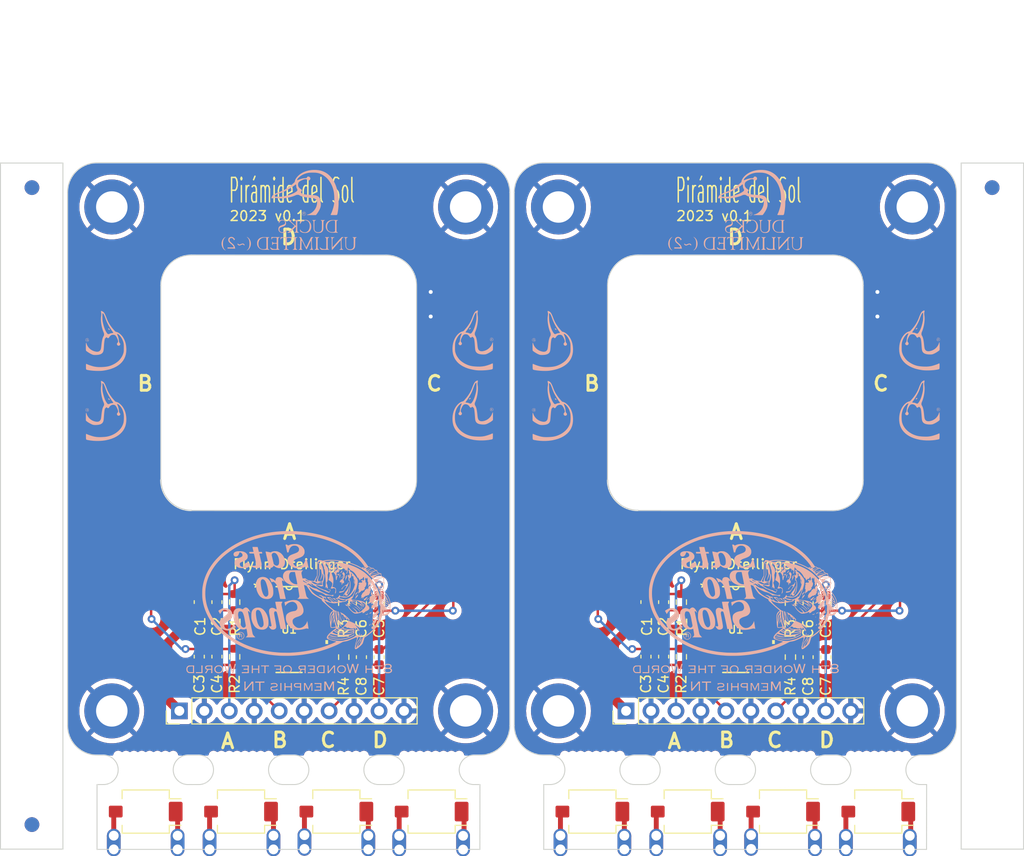
<source format=kicad_pcb>
(kicad_pcb (version 20221018) (generator pcbnew)
  (layers (0 "F.Cu" signal) (31 "B.Cu" signal) (34 "B.Paste" user) (35 "F.Paste" user) (36 "B.SilkS" user "B.Silkscreen") (37 "F.SilkS" user "F.Silkscreen") (38 "B.Mask" user) (39 "F.Mask" user) (44 "Edge.Cuts" user))
  (net 0 "")
  (net 1 "Net-(J1-Pin_2)")
  (net 2 "/OUTA")
  (net 3 "/OUTC")
  (net 4 "Net-(J2-Pin_2)")
  (net 5 "/OUTB")
  (net 6 "/OUTD")
  (net 7 "GND")
  (net 8 "+3V3")
  (net 9 "Net-(D1-K)")
  (net 10 "Net-(D1-A)")
  (net 11 "Net-(D2-K)")
  (net 12 "Net-(D2-A)")
  (net 13 "Net-(D3-K)")
  (net 14 "Net-(D3-A)")
  (net 15 "Net-(D4-K)")
  (net 16 "Net-(D4-A)")
  (net 17 "Net-(J3-Pin_2)")
  (net 18 "Net-(J4-Pin_2)")
  (footprint "MountingHole:MountingHole_3.2mm_M3_DIN965_Pad" (layer "F.Cu") (at 136.25 50.8)
    (fp_text reference "H3" hide)
    (fp_text value "MountingHole_Pad")
  )
  (footprint "NPTH" (layer "F.Cu") (at 90.15 106.65 180)
    (fp_text reference "REF**" hide)
    (fp_text value "NPTH" hide)
  )
  (footprint "NPTH" (layer "F.Cu") (at 132.4 106.65 180)
    (fp_text reference "REF**" hide)
    (fp_text value "NPTH" hide)
  )
  (footprint "NPTH" (layer "F.Cu") (at 113.745634 109.432927 180)
    (fp_text reference "REF**" hide)
    (fp_text value "NPTH" hide)
  )
  (footprint "MountingHole:MountingHole_3.2mm_M3_DIN965_Pad" (layer "F.Cu") (at 54.8 102.1)
    (fp_text reference "H2" hide)
    (fp_text value "MountingHole_Pad")
  )
  (footprint "NPTH" (layer "F.Cu") (at 70.75 106.65 180)
    (fp_text reference "REF**" hide)
    (fp_text value "NPTH" hide)
  )
  (footprint "NPTH" (layer "F.Cu") (at 127.95 115.732927 90)
    (fp_text reference "REF**" hide)
    (fp_text value "NPTH" hide)
  )
  (footprint "adcs:castellated_05mm" (layer "F.Cu") (at 71.25 116.2 -90)
    (fp_text reference "J10" hide)
    (fp_text value "Conn_01x01" hide)
  )
  (footprint "NPTH" (layer "F.Cu") (at 82.5 114.132927 90)
    (fp_text reference "REF**" hide)
    (fp_text value "NPTH" hide)
  )
  (footprint "NPTH" (layer "F.Cu") (at 108.55 111.632927 90)
    (fp_text reference "REF**" hide)
    (fp_text value "NPTH" hide)
  )
  (footprint "NPTH" (layer "F.Cu") (at 69.95 106.65 180)
    (fp_text reference "REF**" hide)
    (fp_text value "NPTH" hide)
  )
  (footprint "NPTH" (layer "F.Cu") (at 65.95 106.65 180)
    (fp_text reference "REF**" hide)
    (fp_text value "NPTH" hide)
  )
  (footprint "Capacitor_SMD:C_0603_1608Metric" (layer "F.Cu") (at 109.15 91.02 90)
    (fp_text reference "C1")
    (fp_text value "1nF")
  )
  (footprint "Resistor_SMD:R_0603_1608Metric" (layer "F.Cu") (at 123.85 91.125 90)
    (fp_text reference "R3")
    (fp_text value "3.9k")
  )
  (footprint "adcs:photodiode_landing_pad" (layer "F.Cu") (at 72.8 54.65 180)
    (fp_text reference "J3" hide)
    (fp_text value "Landing Pad")
  )
  (footprint "NPTH" (layer "F.Cu") (at 72.8 111.682927 90)
    (fp_text reference "REF**" hide)
    (fp_text value "NPTH" hide)
  )
  (footprint "NPTH" (layer "F.Cu") (at 82.5 111.732927 90)
    (fp_text reference "REF**" hide)
    (fp_text value "NPTH" hide)
  )
  (footprint "NPTH" (layer "F.Cu") (at 135.55 109.45 180)
    (fp_text reference "REF**" hide)
    (fp_text value "NPTH" hide)
  )
  (footprint "NPTH" (layer "F.Cu") (at 65.15 106.65 180)
    (fp_text reference "REF**" hide)
    (fp_text value "NPTH" hide)
  )
  (footprint "NPTH" (layer "F.Cu") (at 118.25 113.282927 90)
    (fp_text reference "REF**" hide)
    (fp_text value "NPTH" hide)
  )
  (footprint "Capacitor_SMD:C_0603_1608Metric" (layer "F.Cu") (at 110.95 91.025 90)
    (fp_text reference "C2")
    (fp_text value "100nF")
  )
  (footprint "NPTH" (layer "F.Cu") (at 118.25 115.682927 90)
    (fp_text reference "REF**" hide)
    (fp_text value "NPTH" hide)
  )
  (footprint "NPTH" (layer "F.Cu") (at 63.1 110.032927 90)
    (fp_text reference "REF**" hide)
    (fp_text value "NPTH" hide)
  )
  (footprint "NPTH" (layer "F.Cu") (at 112.145634 109.432927 180)
    (fp_text reference "REF**" hide)
    (fp_text value "NPTH" hide)
  )
  (footprint "adcs:photodiode_landing_pad" (layer "F.Cu") (at 104.2 68.7 -90)
    (fp_text reference "J2" hide)
    (fp_text value "Landing Pad")
  )
  (footprint "NPTH" (layer "F.Cu") (at 58.6 109.432927 180)
    (fp_text reference "REF**" hide)
    (fp_text value "NPTH" hide)
  )
  (footprint "NPTH" (layer "F.Cu") (at 55.4 109.432927 180)
    (fp_text reference "REF**" hide)
    (fp_text value "NPTH" hide)
  )
  (footprint "adcs:Osram_SFH2430" (layer "F.Cu") (at 113.4 112.35 180)
    (fp_text reference "D3" hide)
    (fp_text value "SFH2430" hide)
  )
  (footprint "adcs:castellated_05mm" (layer "F.Cu") (at 135.995635 114.817073 90)
    (fp_text reference "J6" hide)
    (fp_text value "Conn_01x01" hide)
  )
  (footprint "NPTH" (layer "F.Cu") (at 127.95 114.932927 90)
    (fp_text reference "REF**" hide)
    (fp_text value "NPTH" hide)
  )
  (footprint "NPTH" (layer "F.Cu") (at 121.1 106.65 180)
    (fp_text reference "REF**" hide)
    (fp_text value "NPTH" hide)
  )
  (footprint "NPTH" (layer "F.Cu") (at 105.7 106.65 180)
    (fp_text reference "REF**" hide)
    (fp_text value "NPTH" hide)
  )
  (footprint "NPTH" (layer "F.Cu") (at 104.05 109.432927 180)
    (fp_text reference "REF**" hide)
    (fp_text value "NPTH" hide)
  )
  (footprint "Resistor_SMD:R_0603_1608Metric" (layer "F.Cu") (at 78.4 91.125 90)
    (fp_text reference "R3")
    (fp_text value "3.9k")
  )
  (footprint "Capacitor_SMD:C_0603_1608Metric" (layer "F.Cu") (at 127.45 96.625 -90)
    (fp_text reference "C7")
    (fp_text value "1nF")
  )
  (footprint "NPTH" (layer "F.Cu") (at 122.7 106.65 180)
    (fp_text reference "REF**" hide)
    (fp_text value "NPTH" hide)
  )
  (footprint "NPTH" (layer "F.Cu") (at 61.05 106.65 180)
    (fp_text reference "REF**" hide)
    (fp_text value "NPTH" hide)
  )
  (footprint "NPTH" (layer "F.Cu") (at 60.2 109.432927 180)
    (fp_text reference "REF**" hide)
    (fp_text value "NPTH" hide)
  )
  (footprint "Capacitor_SMD:C_0603_1608Metric" (layer "F.Cu") (at 110.95 96.575 -90)
    (fp_text reference "C4")
    (fp_text value "100nF")
  )
  (footprint "Capacitor_SMD:C_0603_1608Metric" (layer "F.Cu") (at 63.7 91.02 90)
    (fp_text reference "C1")
    (fp_text value "1nF")
  )
  (footprint "NPTH" (layer "F.Cu") (at 72.8 110.082927 90)
    (fp_text reference "REF**" hide)
    (fp_text value "NPTH" hide)
  )
  (footprint "NPTH" (layer "F.Cu") (at 63.1 112.432927 90)
    (fp_text reference "REF**" hide)
    (fp_text value "NPTH" hide)
  )
  (footprint "NPTH" (layer "F.Cu") (at 75.595634 109.432927 180)
    (fp_text reference "REF**" hide)
    (fp_text value "NPTH" hide)
  )
  (footprint "NPTH" (layer "F.Cu") (at 63.1 115.632927 90)
    (fp_text reference "REF**" hide)
    (fp_text value "NPTH" hide)
  )
  (footprint "Resistor_SMD:R_0603_1608Metric" (layer "F.Cu") (at 67.3 91.025 90)
    (fp_text reference "R1")
    (fp_text value "3.9k")
  )
  (footprint "NPTH" (layer "F.Cu") (at 108.55 110.032927 90)
    (fp_text reference "REF**" hide)
    (fp_text value "NPTH" hide)
  )
  (footprint "Resistor_SMD:R_0603_1608Metric" (layer "F.Cu") (at 112.75 96.595 -90)
    (fp_text reference "R2")
    (fp_text value "3.9k")
  )
  (footprint "MountingHole:MountingHole_3.2mm_M3_DIN965_Pad" (layer "F.Cu") (at 90.8 102.1)
    (fp_text reference "H4" hide)
    (fp_text value "MountingHole_Pad")
  )
  (footprint "NPTH" (layer "F.Cu") (at 77.25 106.65 180)
    (fp_text reference "REF**" hide)
    (fp_text value "NPTH" hide)
  )
  (footprint "adcs:castellated_05mm" (layer "F.Cu") (at 55 114.8 90)
    (fp_text reference "J9" hide)
    (fp_text value "Conn_01x01" hide)
  )
  (footprint "adcs:castellated_05mm" (layer "F.Cu") (at 64.75 116.2 -90)
    (fp_text reference "J11" hide)
    (fp_text value "Conn_01x01" hide)
  )
  (footprint "NPTH" (layer "F.Cu") (at 106.5 106.65 180)
    (fp_text reference "REF**" hide)
    (fp_text value "NPTH" hide)
  )
  (footprint "NPTH" (layer "F.Cu") (at 86.15 106.65 180)
    (fp_text reference "REF**" hide)
    (fp_text value "NPTH" hide)
  )
  (footprint "NPTH" (layer "F.Cu") (at 68.295634 109.432927 180)
    (fp_text reference "REF**" hide)
    (fp_text value "NPTH" hide)
  )
  (footprint "NPTH" (layer "F.Cu") (at 122.645634 109.432927 180)
    (fp_text reference "REF**" hide)
    (fp_text value "NPTH" hide)
  )
  (footprint "NPTH" (layer "F.Cu") (at 65.895634 109.432927 180)
    (fp_text reference "REF**" hide)
    (fp_text value "NPTH" hide)
  )
  (footprint "MountingHole:MountingHole_3.2mm_M3_DIN965_Pad" (layer "F.Cu") (at 90.8 50.8)
    (fp_text reference "H3" hide)
    (fp_text value "MountingHole_Pad")
  )
  (footprint "Resistor_SMD:R_0603_1608Metric" (layer "F.Cu") (at 67.3 96.595 -90)
    (fp_text reference "R2")
    (fp_text value "3.9k")
  )
  (footprint "Capacitor_SMD:C_0603_1608Metric" (layer "F.Cu") (at 80.2 96.625 -90)
    (fp_text reference "C8")
    (fp_text value "100nF")
  )
  (footprint "NPTH" (layer "F.Cu") (at 125.1 106.65 180)
    (fp_text reference "REF**" hide)
    (fp_text value "NPTH" hide)
  )
  (footprint "NPTH" (layer "F.Cu") (at 102.45 109.432927 180)
    (fp_text reference "REF**" hide)
    (fp_text value "NPTH" hide)
  )
  (footprint "NPTH" (layer "F.Cu") (at 66.695634 109.432927 180)
    (fp_text reference "REF**" hide)
    (fp_text value "NPTH" hide)
  )
  (footprint "NPTH" (layer "F.Cu") (at 82.5 110.932927 90)
    (fp_text reference "REF**" hide)
    (fp_text value "NPTH" hide)
  )
  (footprint "NPTH" (layer "F.Cu") (at 77.995634 109.432927 180)
    (fp_text reference "REF**" hide)
    (fp_text value "NPTH" hide)
  )
  (footprint "adcs:photodiode_landing_pad" (layer "F.Cu") (at 118.25 82.75)
    (fp_text reference "J1" hide)
    (fp_text value "Landing Pad")
  )
  (footprint "NPTH" (layer "F.Cu") (at 130 106.65 180)
    (fp_text reference "REF**" hide)
    (fp_text value "NPTH" hide)
  )
  (footprint "NPTH" (layer "F.Cu") (at 57 109.432927 180)
    (fp_text reference "REF**" hide)
    (fp_text value "NPTH" hide)
  )
  (footprint "NPTH" (layer "F.Cu") (at 108.55 114.832927 90)
    (fp_text reference "REF**" hide)
    (fp_text value "NPTH" hide)
  )
  (footprint "NPTH" (layer "F.Cu") (at 57.85 106.65 180)
    (fp_text reference "REF**" hide)
    (fp_text value "NPTH" hide)
  )
  (footprint "adcs:castellated_05mm" (layer "F.Cu") (at 61.5 114.8 90)
    (fp_text reference "J8" hide)
    (fp_text value "Conn_01x01" hide)
  )
  (footprint "NPTH" (layer "F.Cu") (at 133.2 106.65 180)
    (fp_text reference "REF**" hide)
    (fp_text value "NPTH" hide)
  )
  (footprint "NPTH" (layer "F.Cu") (at 134.8 106.65 180)
    (fp_text reference "REF**" hide)
    (fp_text value "NPTH" hide)
  )
  (footprint "adcs:photodiode_landing_pad" (layer "F.Cu") (at 58.75 68.7 -90)
    (fp_text reference "J2" hide)
    (fp_text value "Landing Pad")
  )
  (footprint "NPTH" (layer "F.Cu") (at 124.3 106.65 180)
    (fp_text reference "REF**" hide)
    (fp_text value "NPTH" hide)
  )
  (footprint "NPTH" (layer "F.Cu") (at 86.9 109.45 180)
    (fp_text reference "REF**" hide)
    (fp_text value "NPTH" hide)
  )
  (footprint "NPTH" (layer "F.Cu") (at 76.395634 109.432927 180)
    (fp_text reference "REF**" hide)
    (fp_text value "NPTH" hide)
  )
  (footprint "NPTH" (layer "F.Cu") (at 112.945634 109.432927 180)
    (fp_text reference "REF**" hide)
    (fp_text value "NPTH" hide)
  )
  (footprint "NPTH" (layer "F.Cu") (at 118.25 110.882927 90)
    (fp_text reference "REF**" hide)
    (fp_text value "NPTH" hide)
  )
  (footprint "adcs:Osram_SFH2430" (layer "F.Cu") (at 87.341269 112.35 180)
    (fp_text reference "D1" hide)
    (fp_text value "SFH2430" hide)
  )
  (footprint "Resistor_SMD:R_0603_1608Metric" (layer "F.Cu") (at 112.75 91.025 90)
    (fp_text reference "R1")
    (fp_text value "3.9k")
  )
  (footprint "NPTH" (layer "F.Cu") (at 118.25 111.682927 90)
    (fp_text reference "REF**" hide)
    (fp_text value "NPTH" hide)
  )
  (footprint "NPTH" (layer "F.Cu") (at 74.795634 109.432927 180)
    (fp_text reference "REF**" hide)
    (fp_text value "NPTH" hide)
  )
  (footprint "NPTH" (layer "F.Cu") (at 72.8 115.682927 90)
    (fp_text reference "REF**" hide)
    (fp_text value "NPTH" hide)
  )
  (footprint "NPTH" (layer "F.Cu") (at 88.5 109.45 180)
    (fp_text reference "REF**" hide)
    (fp_text value "NPTH" hide)
  )
  (footprint "NPTH" (layer "F.Cu") (at 63.1 114.832927 90)
    (fp_text reference "REF**" hide)
    (fp_text value "NPTH" hide)
  )
  (footprint "NPTH" (layer "F.Cu") (at 104.1 106.65 180)
    (fp_text reference "REF**" hide)
    (fp_text value "NPTH" hide)
  )
  (footprint "NPTH" (layer "F.Cu") (at 60.25 106.65 180)
    (fp_text reference "REF**" hide)
    (fp_text value "NPTH" hide)
  )
  (footprint "NPTH" (layer "F.Cu") (at 127.95 110.932927 90)
    (fp_text reference "REF**" hide)
    (fp_text value "NPTH" hide)
  )
  (footprint "NPTH" (layer "F.Cu") (at 121.845634 109.432927 180)
    (fp_text reference "REF**" hide)
    (fp_text value "NPTH" hide)
  )
  (footprint "NPTH" (layer "F.Cu") (at 125.045634 109.432927 180)
    (fp_text reference "REF**" hide)
    (fp_text value "NPTH" hide)
  )
  (footprint "NPTH" (layer "F.Cu") (at 84.55 106.65 180)
    (fp_text reference "REF**" hide)
    (fp_text value "NPTH" hide)
  )
  (footprint "NPTH" (layer "F.Cu") (at 86.95 106.65 180)
    (fp_text reference "REF**" hide)
    (fp_text value "NPTH" hide)
  )
  (footprint "NPTH" (layer "F.Cu") (at 135.6 106.65 180)
    (fp_text reference "REF**" hide)
    (fp_text value "NPTH" hide)
  )
  (footprint "NPTH" (layer "F.Cu") (at 89.3 109.45 180)
    (fp_text reference "REF**" hide)
    (fp_text value "NPTH" hide)
  )
  (footprint "NPTH" (layer "F.Cu") (at 72.8 112.482927 90)
    (fp_text reference "REF**" hide)
    (fp_text value "NPTH" hide)
  )
  (footprint "adcs:photodiode_landing_pad" (layer "F.Cu") (at 72.8 82.75)
    (fp_text reference "J1" hide)
    (fp_text value "Landing Pad")
  )
  (footprint "NPTH" (layer "F.Cu") (at 72.8 114.082927 90)
    (fp_text reference "REF**" hide)
    (fp_text value "NPTH" hide)
  )
  (footprint "NPTH" (layer "F.Cu") (at 67.55 106.65 180)
    (fp_text reference "REF**" hide)
    (fp_text value "NPTH" hide)
  )
  (footprint "NPTH" (layer "F.Cu") (at 82.5 112.532927 90)
    (fp_text reference "REF**" hide)
    (fp_text value "NPTH" hide)
  )
  (footprint "NPTH" (layer "F.Cu") (at 112.2 106.65 180)
    (fp_text reference "REF**" hide)
    (fp_text value "NPTH" hide)
  )
  (footprint "NPTH" (layer "F.Cu") (at 63.1 111.632927 90)
    (fp_text reference "REF**" hide)
    (fp_text value "NPTH" hide)
  )
  (footprint "NPTH" (layer "F.Cu") (at 76.45 106.65 180)
    (fp_text reference "REF**" hide)
    (fp_text value "NPTH" hide)
  )
  (footprint "MountingHole:MountingHole_3.2mm_M3_DIN965_Pad" (layer "F.Cu") (at 100.25 102.1)
    (fp_text reference "H2" hide)
    (fp_text value "MountingHole_Pad")
  )
  (footprint "NPTH" (layer "F.Cu") (at 129.95 109.45 180)
    (fp_text reference "REF**" hide)
    (fp_text value "NPTH" hide)
  )
  (footprint "NPTH" (layer "F.Cu") (at 132.35 109.45 180)
    (fp_text reference "REF**" hide)
    (fp_text value "NPTH" hide)
  )
  (footprint "adcs:SO-14_S" (layer "F.Cu") (at 72.8362 93.82)
    (fp_text reference "U1")
    (fp_text value "LTC2052IS_PBF")
  )
  (footprint "NPTH" (layer "F.Cu") (at 127.95 113.332927 90)
    (fp_text reference "REF**" hide)
    (fp_text value "NPTH" hide)
  )
  (footprint "NPTH" (layer "F.Cu") (at 105.65 109.432927 180)
    (fp_text reference "REF**" hide)
    (fp_text value "NPTH" hide)
  )
  (footprint "Resistor_SMD:R_0603_1608Metric" (layer "F.Cu") (at 78.4 96.625 -90)
    (fp_text reference "R4")
    (fp_text value "3.9k")
  )
  (footprint "Connector_PinHeader_2.54mm:PinHeader_1x10_P2.54mm_Vertical" (layer "F.Cu") (at 61.675 102.1 90)
    (fp_text reference "J5" hide)
    (fp_text value "Conn_01x10")
  )
  (footprint "Capacitor_SMD:C_0603_1608Metric" (layer "F.Cu") (at 65.5 96.575 -90)
    (fp_text reference "C4")
    (fp_text value "100nF")
  )
  (footprint "NPTH" (layer "F.Cu") (at 108.55 114.032927 90)
    (fp_text reference "REF**" hide)
    (fp_text value "NPTH" hide)
  )
  (footprint "NPTH" (layer "F.Cu") (at 103.25 109.432927 180)
    (fp_text reference "REF**" hide)
    (fp_text value "NPTH" hide)
  )
  (footprint "NPTH" (layer "F.Cu") (at 85.3 109.45 180)
    (fp_text reference "REF**" hide)
    (fp_text value "NPTH" hide)
  )
  (footprint "NPTH" (layer "F.Cu") (at 127.95 110.132927 90)
    (fp_text reference "REF**" hide)
    (fp_text value "NPTH" hide)
  )
  (footprint "NPTH" (layer "F.Cu") (at 70.695634 109.432927 180)
    (fp_text reference "REF**" hide)
    (fp_text value "NPTH" hide)
  )
  (footprint "NPTH" (layer "F.Cu") (at 130.75 109.45 180)
    (fp_text reference "REF**" hide)
    (fp_text value "NPTH" hide)
  )
  (footprint "NPTH" (layer "F.Cu") (at 118.25 114.882927 90)
    (fp_text reference "REF**" hide)
    (fp_text value "NPTH" hide)
  )
  (footprint "adcs:castellated_05mm" (layer "F.Cu") (at 116.7 116.2 -90)
    (fp_text reference "J10" hide)
    (fp_text value "Conn_01x01" hide)
  )
  (footprint "NPTH" (layer "F.Cu") (at 115.345634 109.432927 180)
    (fp_text reference "REF**" hide)
    (fp_text value "NPTH" hide)
  )
  (footprint "NPTH" (layer "F.Cu") (at 120.245634 109.432927 180)
    (fp_text reference "REF**" hide)
    (fp_text value "NPTH" hide)
  )
  (footprint "adcs:castellated_05mm" (layer "F.Cu") (at 80.9 116.2 -90)
    (fp_text reference "J12" hide)
    (fp_text value "Conn_01x01" hide)
  )
  (footprint "adcs:castellated_05mm" (layer "F.Cu") (at 110.2 116.2 -90)
    (fp_text reference "J11" hide)
    (fp_text value "Conn_01x01" hide)
  )
  (footprint "NPTH" (layer "F.Cu") (at 69.095634 109.432927 180)
    (fp_text reference "REF**" hide)
    (fp_text value "NPTH" hide)
  )
  (footprint "adcs:castellated_05mm" (layer "F.Cu") (at 129.495635 114.817073 90)
    (fp_text reference "J7" hide)
    (fp_text value "Conn_01x01" hide)
  )
  (footprint "NPTH" (layer "F.Cu") (at 114.6 106.65 180)
    (fp_text reference "REF**" hide)
    (fp_text value "NPTH" hide)
  )
  (footprint "NPTH" (layer "F.Cu") (at 87.7 109.45 180)
    (fp_text reference "REF**" hide)
    (fp_text value "NPTH" hide)
  )
  (footprint "NPTH" (layer "F.Cu") (at 90.1 109.45 180)
    (fp_text reference "REF**" hide)
    (fp_text value "NPTH" hide)
  )
  (footprint "adcs:Osram_SFH2430" (layer "F.Cu") (at 132.791269 112.35 180)
    (fp_text reference "D1" hide)
    (fp_text value "SFH2430" hide)
  )
  (footprint "NPTH" (layer "F.Cu") (at 102.5 106.65 180)
    (fp_text reference "REF**" hide)
    (fp_text value "NPTH" hide)
  )
  (footprint "adcs:Osram_SFH2430" (layer "F.Cu") (at 77.65 112.35 180)
    (fp_text reference "D4" hide)
    (fp_text value "SFH2430" hide)
  )
  (footprint "Capacitor_SMD:C_0603_1608Metric" (layer "F.Cu") (at 80.2 91.125 90)
    (fp_text reference "C6")
    (fp_text value "100nF")
  )
  (footprint "NPTH" (layer "F.Cu") (at 75.65 106.65 180)
    (fp_text reference "REF**" hide)
    (fp_text value "NPTH" hide)
  )
  (footprint "NPTH" (layer "F.Cu") (at 108.55 113.232927 90)
    (fp_text reference "REF**" hide)
    (fp_text value "NPTH" hide)
  )
  (footprint "NPTH" (layer "F.Cu") (at 66.75 106.65 180)
    (fp_text reference "REF**" hide)
    (fp_text value "NPTH" hide)
  )
  (footprint "adcs:castellated_05mm" (layer "F.Cu") (at 106.95 114.8 90)
    (fp_text reference "J8" hide)
    (fp_text value "Conn_01x01" hide)
  )
  (footprint "NPTH" (layer "F.Cu") (at 103.3 106.65 180)
    (fp_text reference "REF**" hide)
    (fp_text value "NPTH" hide)
  )
  (footprint "NPTH" (layer "F.Cu") (at 59.4 109.432927 180)
    (fp_text reference "REF**" hide)
    (fp_text value "NPTH" hide)
  )
  (footprint "NPTH" (layer "F.Cu") (at 118.25 110.082927 90)
    (fp_text reference "REF**" hide)
    (fp_text value "NPTH" hide)
  )
  (footprint "NPTH" (layer "F.Cu") (at 127.95 111.732927 90)
    (fp_text reference "REF**" hide)
    (fp_text value "NPTH" hide)
  )
  (footprint "NPTH" (layer "F.Cu") (at 101.7 106.65 180)
    (fp_text reference "REF**" hide)
    (fp_text value "NPTH" hide)
  )
  (footprint "NPTH" (layer "F.Cu") (at 100.9 106.65 180)
    (fp_text reference "REF**" hide)
    (fp_text value "NPTH" hide)
  )
  (footprint "NPTH" (layer "F.Cu") (at 120.3 106.65 180)
    (fp_text reference "REF**" hide)
    (fp_text value "NPTH" hide)
  )
  (footprint "NPTH" (layer "F.Cu") (at 82.5 114.932927 90)
    (fp_text reference "REF**" hide)
    (fp_text value "NPTH" hide)
  )
  (footprint "NPTH" (layer "F.Cu") (at 72.8 114.882927 90)
    (fp_text reference "REF**" hide)
    (fp_text value "NPTH" hide)
  )
  (footprint "adcs:SO-14_S" (layer "F.Cu") (at 118.2862 93.82)
    (fp_text reference "U1")
    (fp_text value "LTC2052IS_PBF")
  )
  (footprint "NPTH" (layer "F.Cu") (at 57.8 109.432927 180)
    (fp_text reference "REF**" hide)
    (fp_text value "NPTH" hide)
  )
  (footprint "NPTH" (layer "F.Cu") (at 110.6 106.65 180)
    (fp_text reference "REF**" hide)
    (fp_text value "NPTH" hide)
  )
  (footprint "NPTH" (layer "F.Cu") (at 114.545634 109.432927 180)
    (fp_text reference "REF**" hide)
    (fp_text value "NPTH" hide)
  )
  (footprint "NPTH" (layer "F.Cu") (at 82.5 113.332927 90)
    (fp_text reference "REF**" hide)
    (fp_text value "NPTH" hide)
  )
  (footprint "adcs:castellated_05mm" (layer "F.Cu") (at 126.35 116.2 -90)
    (fp_text reference "J12" hide)
    (fp_text value "Conn_01x01" hide)
  )
  (footprint "Capacitor_SMD:C_0603_1608Metric" (layer "F.Cu") (at 109.15 96.575 -90)
    (fp_text reference "C3")
    (fp_text value "1nF")
  )
  (footprint "NPTH" (layer "F.Cu") (at 84.5 109.45 180)
    (fp_text reference "REF**" hide)
    (fp_text value "NPTH" hide)
  )
  (footprint "NPTH" (layer "F.Cu") (at 111.4 106.65 180)
    (fp_text reference "REF**" hide)
    (fp_text value "NPTH" hide)
  )
  (footprint "NPTH" (layer "F.Cu") (at 69.15 106.65 180)
    (fp_text reference "REF**" hide)
    (fp_text value "NPTH" hide)
  )
  (footprint "NPTH" (layer "F.Cu") (at 57.05 106.65 180)
    (fp_text reference "REF**" hide)
    (fp_text value "NPTH" hide)
  )
  (footprint "NPTH" (layer "F.Cu") (at 82.5 115.732927 90)
    (fp_text reference "REF**" hide)
    (fp_text value "NPTH" hide)
  )
  (footprint "Fiducial_1.5mm_Mask3mm" (layer "F.Cu") (at 46.675 113.675)
    (fp_text reference "")
    (fp_text value "")
  )
  (footprint "NPTH" (layer "F.Cu") (at 88.55 106.65 180)
    (fp_text reference "REF**" hide)
    (fp_text value "NPTH" hide)
  )
  (footprint "NPTH" (layer "F.Cu") (at 80.45 106.65 180)
    (fp_text reference "REF**" hide)
    (fp_text value "NPTH" hide)
  )
  (footprint "NPTH" (layer "F.Cu") (at 113.8 106.65 180)
    (fp_text reference "REF**" hide)
    (fp_text value "NPTH" hide)
  )
  (footprint "NPTH" (layer "F.Cu") (at 85.35 106.65 180)
    (fp_text reference "REF**" hide)
    (fp_text value "NPTH" hide)
  )
  (footprint "Resistor_SMD:R_0603_1608Metric" (layer "F.Cu") (at 123.85 96.625 -90)
    (fp_text reference "R4")
    (fp_text value "3.9k")
  )
  (footprint "NPTH" (layer "F.Cu") (at 63.1 110.832927 90)
    (fp_text reference "REF**" hide)
    (fp_text value "NPTH" hide)
  )
  (footprint "NPTH" (layer "F.Cu") (at 72.8 113.282927 90)
    (fp_text reference "REF**" hide)
    (fp_text value "NPTH" hide)
  )
  (footprint "NPTH" (layer "F.Cu") (at 134 106.65 180)
    (fp_text reference "REF**" hide)
    (fp_text value "NPTH" hide)
  )
  (footprint "NPTH" (layer "F.Cu") (at 89.35 106.65 180)
    (fp_text reference "REF**" hide)
    (fp_text value "NPTH" hide)
  )
  (footprint "NPTH" (layer "F.Cu") (at 61 109.432927 180)
    (fp_text reference "REF**" hide)
    (fp_text value "NPTH" hide)
  )
  (footprint "NPTH" (layer "F.Cu") (at 80.395634 109.432927 180)
    (fp_text reference "REF**" hide)
    (fp_text value "NPTH" hide)
  )
  (footprint "adcs:Osram_SFH2430" (layer "F.Cu") (at 103.7 112.35 180)
    (fp_text reference "D2" hide)
    (fp_text value "SFH2430" hide)
  )
  (footprint "adcs:castellated_05mm" (layer "F.Cu") (at 119.85 116.15 -90)
    (fp_text reference "J13" hide)
    (fp_text value "Conn_01x01" hide)
  )
  (footprint "NPTH" (layer "F.Cu") (at 131.6 106.65 180)
    (fp_text reference "REF**" hide)
    (fp_text value "NPTH" hide)
  )
  (footprint "NPTH" (layer "F.Cu") (at 79.595634 109.432927 180)
    (fp_text reference "REF**" hide)
    (fp_text value "NPTH" hide)
  )
  (footprint "NPTH" (layer "F.Cu") (at 133.15 109.45 180)
    (fp_text reference "REF**" hide)
    (fp_text value "NPTH" hide)
  )
  (footprint "NPTH" (layer "F.Cu") (at 100.85 109.432927 180)
    (fp_text reference "REF**" hide)
    (fp_text value "NPTH" hide)
  )
  (footprint "adcs:castellated_05mm" (layer "F.Cu") (at 84.045635 114.817073 90)
    (fp_text reference "J7" hide)
    (fp_text value "Conn_01x01" hide)
  )
  (footprint "NPTH" (layer "F.Cu") (at 118.25 114.082927 90)
    (fp_text reference "REF**" hide)
    (fp_text value "NPTH" hide)
  )
  (footprint "Capacitor_SMD:C_0603_1608Metric" (layer "F.Cu") (at 63.7 96.575 -90)
    (fp_text reference "C3")
    (fp_text value "1nF")
  )
  (footprint "Capacitor_SMD:C_0603_1608Metric" (layer "F.Cu") (at 125.65 91.125 90)
    (fp_text reference "C6")
    (fp_text value "100nF")
  )
  (footprint "NPTH" (layer "F.Cu") (at 87.75 106.65 180)
    (fp_text reference "REF**" hide)
    (fp_text value "NPTH" hide)
  )
  (footprint "NPTH" (layer "F.Cu") (at 127.95 114.132927 90)
    (fp_text reference "REF**" hide)
    (fp_text value "NPTH" hide)
  )
  (footprint "Connector_PinHeader_2.54mm:PinHeader_1x10_P2.54mm_Vertical" (layer "F.Cu") (at 107.125 102.1 90)
    (fp_text reference "J5" hide)
    (fp_text value "Conn_01x10")
  )
  (footprint "NPTH" (layer "F.Cu") (at 123.5 106.65 180)
    (fp_text reference "REF**" hide)
    (fp_text value "NPTH" hide)
  )
  (footprint "NPTH" (layer "F.Cu") (at 108.55 110.832927 90)
    (fp_text reference "REF**" hide)
    (fp_text value "NPTH" hide)
  )
  (footprint "NPTH" (layer "F.Cu") (at 104.9 106.65 180)
    (fp_text reference "REF**" hide)
    (fp_text value "NPTH" hide)
  )
  (footprint "NPTH" (layer "F.Cu") (at 82.5 110.132927 90)
    (fp_text reference "REF**" hide)
    (fp_text value "NPTH" hide)
  )
  (footprint "NPTH" (layer "F.Cu") (at 58.65 106.65 180)
    (fp_text reference "REF**" hide)
    (fp_text value "NPTH" hide)
  )
  (footprint "NPTH" (layer "F.Cu") (at 110.545634 109.432927 180)
    (fp_text reference "REF**" hide)
    (fp_text value "NPTH" hide)
  )
  (footprint "NPTH" (layer "F.Cu") (at 104.85 109.432927 180)
    (fp_text reference "REF**" hide)
    (fp_text value "NPTH" hide)
  )
  (footprint "NPTH" (layer "F.Cu") (at 86.1 109.45 180)
    (fp_text reference "REF**" hide)
    (fp_text value "NPTH" hide)
  )
  (footprint "NPTH" (layer "F.Cu") (at 133.95 109.45 180)
    (fp_text reference "REF**" hide)
    (fp_text value "NPTH" hide)
  )
  (footprint "NPTH" (layer "F.Cu") (at 69.895634 109.432927 180)
    (fp_text reference "REF**" hide)
    (fp_text value "NPTH" hide)
  )
  (footprint "NPTH" (layer "F.Cu") (at 59.45 106.65 180)
    (fp_text reference "REF**" hide)
    (fp_text value "NPTH" hide)
  )
  (footprint "adcs:castellated_05mm" (layer "F.Cu") (at 90.545635 114.817073 90)
    (fp_text reference "J6" hide)
    (fp_text value "Conn_01x01" hide)
  )
  (footprint "NPTH" (layer "F.Cu") (at 115.4 106.65 180)
    (fp_text reference "REF**" hide)
    (fp_text value "NPTH" hide)
  )
  (footprint "NPTH" (layer "F.Cu") (at 78.05 106.65 180)
    (fp_text reference "REF**" hide)
    (fp_text value "NPTH" hide)
  )
  (footprint "MountingHole:MountingHole_3.2mm_M3_DIN965_Pad" (layer "F.Cu") (at 100.25 50.8)
    (fp_text reference "H1" hide)
    (fp_text value "MountingHole_Pad")
  )
  (footprint "Capacitor_SMD:C_0603_1608Metric" (layer "F.Cu") (at 125.65 96.625 -90)
    (fp_text reference "C8")
    (fp_text value "100nF")
  )
  (footprint "NPTH" (layer "F.Cu") (at 106.45 109.432927 180)
    (fp_text reference "REF**" hide)
    (fp_text value "NPTH" hide)
  )
  (footprint "adcs:Osram_SFH2430" (layer "F.Cu") (at 67.95 112.35 180)
    (fp_text reference "D3" hide)
    (fp_text value "SFH2430" hide)
  )
  (footprint "adcs:photodiode_landing_pad" (layer "F.Cu") (at 86.85 68.7 90)
    (fp_text reference "J4" hide)
    (fp_text value "Landing Pad")
  )
  (footprint "MountingHole:MountingHole_3.2mm_M3_DIN965_Pad" (layer "F.Cu") (at 54.8 50.8)
    (fp_text reference "H1" hide)
    (fp_text value "MountingHole_Pad")
  )
  (footprint "NPTH" (layer "F.Cu") (at 125.845634 109.432927 180)
    (fp_text reference "REF**" hide)
    (fp_text value "NPTH" hide)
  )
  (footprint "NPTH" (layer "F.Cu") (at 108.55 112.432927 90)
    (fp_text reference "REF**" hide)
    (fp_text value "NPTH" hide)
  )
  (footprint "adcs:photodiode_landing_pad" (layer "F.Cu") (at 132.3 68.7 90)
    (fp_text reference "J4" hide)
    (fp_text value "Landing Pad")
  )
  (footprint "Fiducial_1.5mm_Mask3mm" (layer "F.Cu") (at 144.375 48.825)
    (fp_text reference "")
    (fp_text value "")
  )
  (footprint "Capacitor_SMD:C_0603_1608Metric" (layer "F.Cu") (at 82 96.625 -90)
    (fp_text reference "C7")
    (fp_text value "1nF")
  )
  (footprint "NPTH" (layer "F.Cu") (at 77.195634 109.432927 180)
    (fp_text reference "REF**" hide)
    (fp_text value "NPTH" hide)
  )
  (footprint "MountingHole:MountingHole_3.2mm_M3_DIN965_Pad" (layer "F.Cu") (at 136.25 102.1)
    (fp_text reference "H4" hide)
    (fp_text value "MountingHole_Pad")
  )
  (footprint "adcs:castellated_05mm" (layer "F.Cu") (at 74.4 116.15 -90)
    (fp_text reference "J13" hide)
    (fp_text value "Conn_01x01" hide)
  )
  (footprint "NPTH" (layer "F.Cu") (at 121.9 106.65 180)
    (fp_text reference "REF**" hide)
    (fp_text value "NPTH" hide)
  )
  (footprint "NPTH" (layer "F.Cu") (at 72.8 110.882927 90)
    (fp_text reference "REF**" hide)
    (fp_text value "NPTH" hide)
  )
  (footprint "adcs:castellated_05mm" (layer "F.Cu") (at 100.45 114.8 90)
    (fp_text reference "J9" hide)
    (fp_text value "Conn_01x01" hide)
  )
  (footprint "NPTH" (layer "F.Cu") (at 68.35 106.65 180)
    (fp_text reference "REF**" hide)
    (fp_text value "NPTH" hide)
  )
  (footprint "NPTH" (layer "F.Cu") (at 63.1 113.232927 90)
    (fp_text reference "REF**" hide)
    (fp_text value "NPTH" hide)
  )
  (footprint "NPTH" (layer "F.Cu") (at 108.55 115.632927 90)
    (fp_text reference "REF**" hide)
    (fp_text value "NPTH" hide)
  )
  (footprint "NPTH" (layer "F.Cu") (at 67.495634 109.432927 180)
    (fp_text reference "REF**" hide)
    (fp_text value "NPTH" hide)
  )
  (footprint "NPTH" (layer "F.Cu") (at 125.9 106.65 180)
    (fp_text reference "REF**" hide)
    (fp_text value "NPTH" hide)
  )
  (footprint "NPTH" (layer "F.Cu") (at 101.65 109.432927 180)
    (fp_text reference "REF**" hide)
    (fp_text value "NPTH" hide)
  )
  (footprint "NPTH" (layer "F.Cu") (at 116.2 106.65 180)
    (fp_text reference "REF**" hide)
    (fp_text value "NPTH" hide)
  )
  (footprint "Capacitor_SMD:C_0603_1608Metric" (layer "F.Cu") (at 65.5 91.025 90)
    (fp_text reference "C2")
    (fp_text value "100nF")
  )
  (footprint "NPTH" (layer "F.Cu") (at 116.145634 109.432927 180)
    (fp_text reference "REF**" hide)
    (fp_text value "NPTH" hide)
  )
  (footprint "adcs:Osram_SFH2430" (layer "F.Cu") (at 123.1 112.35 180)
    (fp_text reference "D4" hide)
    (fp_text value "SFH2430" hide)
  )
  (footprint "NPTH" (layer "F.Cu") (at 123.445634 109.432927 180)
    (fp_text reference "REF**" hide)
    (fp_text value "NPTH" hide)
  )
  (footprint "NPTH" (layer "F.Cu") (at 78.795634 109.432927 180)
    (fp_text reference "REF**" hide)
    (fp_text value "NPTH" hide)
  )
  (footprint "NPTH" (layer "F.Cu") (at 111.345634 109.432927 180)
    (fp_text reference "REF**" hide)
    (fp_text value "NPTH" hide)
  )
  (footprint "NPTH" (layer "F.Cu") (at 55.45 106.65 180)
    (fp_text reference "REF**" hide)
    (fp_text value "NPTH" hide)
  )
  (footprint "NPTH" (layer "F.Cu") (at 56.2 109.432927 180)
    (fp_text reference "REF**" hide)
    (fp_text value "NPTH" hide)
  )
  (footprint "Capacitor_SMD:C_0603_1608Metric" (layer "F.Cu") (at 127.45 91.125 90)
    (fp_text reference "C5")
    (fp_text value "1nF")
  )
  (footprint "NPTH" (layer "F.Cu") (at 56.25 106.65 180)
    (fp_text reference "REF**" hide)
    (fp_text value "NPTH" hide)
  )
  (footprint "NPTH" (layer "F.Cu") (at 131.55 109.45 180)
    (fp_text reference "REF**" hide)
    (fp_text value "NPTH" hide)
  )
  (footprint "NPTH" (layer "F.Cu") (at 65.095634 109.432927 180)
    (fp_text reference "REF**" hide)
    (fp_text value "NPTH" hide)
  )
  (footprint "NPTH" (layer "F.Cu") (at 79.65 106.65 180)
    (fp_text reference "REF**" hide)
    (fp_text value "NPTH" hide)
  )
  (footprint "NPTH" (layer "F.Cu") (at 118.25 112.482927 90)
    (fp_text reference "REF**" hide)
    (fp_text value "NPTH" hide)
  )
  (footprint "NPTH" (layer "F.Cu") (at 134.75 109.45 180)
    (fp_text reference "REF**" hide)
    (fp_text value "NPTH" hide)
  )
  (footprint "NPTH" (layer "F.Cu") (at 113 106.65 180)
    (fp_text reference "REF**" hide)
    (fp_text value "NPTH" hide)
  )
  (footprint "NPTH" (layer "F.Cu") (at 124.245634 109.432927 180)
    (fp_text reference "REF**" hide)
    (fp_text value "NPTH" hide)
  )
  (footprint "NPTH" (layer "F.Cu") (at 130.8 106.65 180)
    (fp_text reference "REF**" hide)
    (fp_text value "NPTH" hide)
  )
  (footprint "NPTH" (layer "F.Cu") (at 121.045634 109.432927 180)
    (fp_text reference "REF**" hide)
    (fp_text value "NPTH" hide)
  )
  (footprint "NPTH" (layer "F.Cu") (at 74.85 106.65 180)
    (fp_text reference "REF**" hide)
    (fp_text value "NPTH" hide)
  )
  (footprint "NPTH" (layer "F.Cu") (at 127.95 112.532927 90)
    (fp_text reference "REF**" hide)
    (fp_text value "NPTH" hide)
  )
  (footprint "NPTH" (layer "F.Cu") (at 78.85 106.65 180)
    (fp_text reference "REF**" hide)
    (fp_text value "NPTH" hide)
  )
  (footprint "Capacitor_SMD:C_0603_1608Metric" (layer "F.Cu") (at 82 91.125 90)
    (fp_text reference "C5")
    (fp_text value "1nF")
  )
  (footprint "adcs:photodiode_landing_pad" (layer "F.Cu") (at 118.25 54.65 180)
    (fp_text reference "J3" hide)
    (fp_text value "Landing Pad")
  )
  (footprint "Fiducial_1.5mm_Mask3mm" (layer "F.Cu") (at 46.675 48.825)
    (fp_text reference "")
    (fp_text value "")
  )
  (footprint "NPTH" (layer "F.Cu") (at 63.1 114.032927 90)
    (fp_text reference "REF**" hide)
    (fp_text value "NPTH" hide)
  )
  (footprint "adcs:Osram_SFH2430" (layer "F.Cu") (at 58.25 112.35 180)
    (fp_text reference "D2" hide)
    (fp_text value "SFH2430" hide)
  )
  (footprint "Fiducial_1.5mm_Mask3mm" (layer "B.Cu") (at 46.675 113.675)
    (fp_text reference "")
    (fp_text value "")
  )
  (footprint "adcs:2ducks" (layer "B.Cu") (at 137.1 67.818958 -90)
    (fp_text reference "G***" hide)
    (fp_text value "LOGO" hide)
  )
  (footprint "Fiducial_1.5mm_Mask3mm" (layer "B.Cu") (at 46.675 48.825)
    (fp_text reference "")
    (fp_text value "")
  )
  (footprint "Fiducial_1.5mm_Mask3mm" (layer "B.Cu") (at 144.375 48.825)
    (fp_text reference "")
    (fp_text value "")
  )
  (footprint "adcs:sats_pro_shop" (layer "B.Cu") (at 72.95 91.05 180)
    (fp_text reference "G***" hide)
    (fp_text value "LOGO" hide)
  )
  (footprint "adcs:2ducks" (layer "B.Cu") (at 54.094989 68.168958 90)
    (fp_text reference "G***" hide)
    (fp_text value "LOGO" hide)
  )
  (footprint "adcs:2ducks" (layer "B.Cu") (at 91.65 67.818958 -90)
    (fp_text reference "G***" hide)
    (fp_text value "LOGO" hide)
  )
  (footprint "adcs:unlimited_ducks_2" (layer "B.Cu") (at 73.15 51.85 180)
    (fp_text reference "G***" hide)
    (fp_text value "LOGO" hide)
  )
  (footprint "adcs:unlimited_ducks_2" (layer "B.Cu") (at 118.6 51.85 180)
    (fp_text reference "G***" hide)
    (fp_text value "LOGO" hide)
  )
  (footprint "adcs:sats_pro_shop" (layer "B.Cu") (at 118.4 91.05 180)
    (fp_text reference "G***" hide)
    (fp_text value "LOGO" hide)
  )
  (footprint "adcs:2ducks" (layer "B.Cu") (at 99.544989 68.168958 90)
    (fp_text reference "G***" hide)
    (fp_text value "LOGO" hide)
  )
  (gr_arc (start 137.1 109.6) (mid 135.6 108.1) (end 137.1 106.6) (stroke (width 0.1)) (layer "Edge.Cuts"))
  (gr_line (start 117.7 109.6) (end 118.8 109.6) (stroke (width 0.1)) (layer "Edge.Cuts"))
  (gr_line (start 73.35 106.6) (end 72.25 106.6) (stroke (width 0.1)) (layer "Edge.Cuts"))
  (gr_line (start 53.3 46.3) (end 92.3 46.3) (stroke (width 0.1)) (layer "Edge.Cuts"))
  (gr_arc (start 53.3 106.6) (mid 51.17868 105.72132) (end 50.3 103.6) (stroke (width 0.1)) (layer "Edge.Cuts"))
  (gr_line (start 43.475 116.175) (end 43.475 46.325) (stroke (width 0.1)) (layer "Edge.Cuts"))
  (gr_line (start 95.3 49.3) (end 95.3 103.6) (stroke (width 0.1)) (layer "Edge.Cuts"))
  (gr_line (start 98.75 116.2) (end 137.7 116.2) (stroke (width 0.1)) (layer "Edge.Cuts"))
  (gr_line (start 128.5 106.6) (end 127.4 106.6) (stroke (width 0.1)) (layer "Edge.Cuts"))
  (gr_line (start 118.8 106.6) (end 117.7 106.6) (stroke (width 0.1)) (layer "Edge.Cuts"))
  (gr_arc (start 127.4 109.6) (mid 125.9 108.1) (end 127.4 106.6) (stroke (width 0.1)) (layer "Edge.Cuts"))
  (gr_line (start 83.05 109.6) (end 81.95 109.6) (stroke (width 0.1)) (layer "Edge.Cuts"))
  (gr_line (start 147.575 46.325) (end 147.575 116.175) (stroke (width 0.1)) (layer "Edge.Cuts"))
  (gr_line (start 98.75 109.6) (end 98.75 116.2) (stroke (width 0.1)) (layer "Edge.Cuts"))
  (gr_line (start 137.75 106.6) (end 137.1 106.6) (stroke (width 0.1)) (layer "Edge.Cuts"))
  (gr_line (start 92.258731 109.6) (end 92.25 116.2) (stroke (width 0.1)) (layer "Edge.Cuts"))
  (gr_arc (start 98.75 106.6) (mid 96.62868 105.72132) (end 95.75 103.6) (stroke (width 0.1)) (layer "Edge.Cuts"))
  (gr_line (start 49.825 46.325) (end 49.825 116.175) (stroke (width 0.1)) (layer "Edge.Cuts"))
  (gr_line (start 63.65 106.6) (end 62.55 106.6) (stroke (width 0.1)) (layer "Edge.Cuts"))
  (gr_arc (start 95.75 49.3) (mid 96.62868 47.17868) (end 98.75 46.3) (stroke (width 0.1)) (layer "Edge.Cuts"))
  (gr_line (start 147.575 116.175) (end 141.225 116.175) (stroke (width 0.1)) (layer "Edge.Cuts"))
  (gr_arc (start 62.55 109.6) (mid 61.05 108.1) (end 62.55 106.6) (stroke (width 0.1)) (layer "Edge.Cuts"))
  (gr_line (start 92.3 106.6) (end 91.65 106.6) (stroke (width 0.1)) (layer "Edge.Cuts"))
  (gr_arc (start 137.75 46.3) (mid 139.87132 47.17868) (end 140.75 49.3) (stroke (width 0.1)) (layer "Edge.Cuts"))
  (gr_arc (start 105.242031 58.792031) (mid 106.15 56.6) (end 108.342031 55.692031) (stroke (width 0.1)) (layer "Edge.Cuts"))
  (gr_line (start 62.55 109.6) (end 63.65 109.6) (stroke (width 0.1)) (layer "Edge.Cuts"))
  (gr_arc (start 131.257968 78.607968) (mid 130.350008 80.800008) (end 128.157968 81.707968) (stroke (width 0.1)) (layer "Edge.Cuts"))
  (gr_arc (start 128.5 106.6) (mid 130 108.1) (end 128.5 109.6) (stroke (width 0.1)) (layer "Edge.Cuts"))
  (gr_arc (start 128.157949 55.7) (mid 130.349978 56.607957) (end 131.257949 58.8) (stroke (width 0.1)) (layer "Edge.Cuts"))
  (gr_line (start 98.75 46.3) (end 137.75 46.3) (stroke (width 0.1)) (layer "Edge.Cuts"))
  (gr_line (start 99.4 106.6) (end 98.75 106.6) (stroke (width 0.1)) (layer "Edge.Cuts"))
  (gr_arc (start 63.65 106.6) (mid 65.15 108.1) (end 63.65 109.6) (stroke (width 0.1)) (layer "Edge.Cuts"))
  (gr_line (start 109.1 106.6) (end 108 106.6) (stroke (width 0.1)) (layer "Edge.Cuts"))
  (gr_line (start 131.257949 78.603984) (end 131.257949 58.8) (stroke (width 0.1)) (layer "Edge.Cuts"))
  (gr_arc (start 92.3 46.3) (mid 94.421324 47.178676) (end 95.3 49.3) (stroke (width 0.1)) (layer "Edge.Cuts"))
  (gr_arc (start 95.3 103.6) (mid 94.421324 105.721324) (end 92.3 106.6) (stroke (width 0.1)) (layer "Edge.Cuts"))
  (gr_arc (start 83.05 106.6) (mid 84.55 108.1) (end 83.05 109.6) (stroke (width 0.1)) (layer "Edge.Cuts"))
  (gr_line (start 53.3 116.2) (end 92.25 116.2) (stroke (width 0.1)) (layer "Edge.Cuts"))
  (gr_line (start 62.892031 81.696015) (end 82.707968 81.707968) (stroke (width 0.1)) (layer "Edge.Cuts"))
  (gr_line (start 95.75 49.3) (end 95.75 103.6) (stroke (width 0.1)) (layer "Edge.Cuts"))
  (gr_line (start 50.3 49.3) (end 50.3 103.6) (stroke (width 0.1)) (layer "Edge.Cuts"))
  (gr_arc (start 85.807968 78.607968) (mid 84.900009 80.800009) (end 82.707968 81.707968) (stroke (width 0.1)) (layer "Edge.Cuts"))
  (gr_arc (start 62.892031 81.696015) (mid 60.699991 80.788055) (end 59.792031 78.596015) (stroke (width 0.15)) (layer "Edge.Cuts"))
  (gr_arc (start 72.25 109.6) (mid 70.75 108.1) (end 72.25 106.6) (stroke (width 0.1)) (layer "Edge.Cuts"))
  (gr_line (start 108.342031 55.692031) (end 128.157949 55.7) (stroke (width 0.1)) (layer "Edge.Cuts"))
  (gr_line (start 105.242031 78.596015) (end 105.242031 58.792031) (stroke (width 0.1)) (layer "Edge.Cuts"))
  (gr_line (start 141.225 116.175) (end 141.225 46.325) (stroke (width 0.1)) (layer "Edge.Cuts"))
  (gr_arc (start 108.342031 81.696015) (mid 106.149975 80.788058) (end 105.242031 78.596015) (stroke (width 0.15)) (layer "Edge.Cuts"))
  (gr_line (start 128.5 109.6) (end 127.4 109.6) (stroke (width 0.1)) (layer "Edge.Cuts"))
  (gr_line (start 141.225 46.325) (end 147.575 46.325) (stroke (width 0.1)) (layer "Edge.Cuts"))
  (gr_line (start 62.892031 55.692031) (end 82.707949 55.7) (stroke (width 0.1)) (layer "Edge.Cuts"))
  (gr_arc (start 109.1 106.6) (mid 110.6 108.1) (end 109.1 109.6) (stroke (width 0.1)) (layer "Edge.Cuts"))
  (gr_line (start 99.4 109.6) (end 98.75 109.6) (stroke (width 0.1)) (layer "Edge.Cuts"))
  (gr_arc (start 73.35 106.6) (mid 74.85 108.1) (end 73.35 109.6) (stroke (width 0.1)) (layer "Edge.Cuts"))
  (gr_arc (start 140.75 103.6) (mid 139.87132 105.72132) (end 137.75 106.6) (stroke (width 0.1)) (layer "Edge.Cuts"))
  (gr_arc (start 59.792031 58.792031) (mid 60.7 56.6) (end 62.892031 55.692031) (stroke (width 0.1)) (layer "Edge.Cuts"))
  (gr_line (start 72.25 109.6) (end 73.35 109.6) (stroke (width 0.1)) (layer "Edge.Cuts"))
  (gr_arc (start 99.4 106.6) (mid 100.9 108.1) (end 99.4 109.6) (stroke (width 0.1)) (layer "Edge.Cuts"))
  (gr_line (start 91.65 109.6) (end 92.258731 109.6) (stroke (width 0.1)) (layer "Edge.Cuts"))
  (gr_line (start 43.475 46.325) (end 49.825 46.325) (stroke (width 0.1)) (layer "Edge.Cuts"))
  (gr_line (start 85.807949 78.603984) (end 85.807949 58.8) (stroke (width 0.1)) (layer "Edge.Cuts"))
  (gr_line (start 53.95 109.6) (end 53.3 109.6) (stroke (width 0.1)) (layer "Edge.Cuts"))
  (gr_arc (start 108 109.6) (mid 106.5 108.1) (end 108 106.6) (stroke (width 0.1)) (layer "Edge.Cuts"))
  (gr_line (start 83.05 106.6) (end 81.95 106.6) (stroke (width 0.1)) (layer "Edge.Cuts"))
  (gr_line (start 137.1 109.6) (end 137.708731 109.6) (stroke (width 0.1)) (layer "Edge.Cuts"))
  (gr_arc (start 118.8 106.6) (mid 120.3 108.1) (end 118.8 109.6) (stroke (width 0.1)) (layer "Edge.Cuts"))
  (gr_line (start 108 109.6) (end 109.1 109.6) (stroke (width 0.1)) (layer "Edge.Cuts"))
  (gr_arc (start 82.707949 55.7) (mid 84.900002 56.607947) (end 85.807949 58.8) (stroke (width 0.1)) (layer "Edge.Cuts"))
  (gr_arc (start 117.7 109.6) (mid 116.2 108.1) (end 117.7 106.6) (stroke (width 0.1)) (layer "Edge.Cuts"))
  (gr_line (start 137.708731 109.6) (end 137.7 116.2) (stroke (width 0.1)) (layer "Edge.Cuts"))
  (gr_line (start 59.792031 78.596015) (end 59.792031 58.792031) (stroke (width 0.1)) (layer "Edge.Cuts"))
  (gr_line (start 53.95 106.6) (end 53.3 106.6) (stroke (width 0.1)) (layer "Edge.Cuts"))
  (gr_arc (start 81.95 109.6) (mid 80.45 108.1) (end 81.95 106.6) (stroke (width 0.1)) (layer "Edge.Cuts"))
  (gr_line (start 53.3 109.6) (end 53.3 116.2) (stroke (width 0.1)) (layer "Edge.Cuts"))
  (gr_line (start 49.825 116.175) (end 43.475 116.175) (stroke (width 0.1)) (layer "Edge.Cuts"))
  (gr_arc (start 50.3 49.3) (mid 51.17868 47.17868) (end 53.3 46.3) (stroke (width 0.1)) (layer "Edge.Cuts"))
  (gr_line (start 108.342031 81.696015) (end 128.157968 81.707968) (stroke (width 0.1)) (layer "Edge.Cuts"))
  (gr_arc (start 53.95 106.6) (mid 55.45 108.1) (end 53.95 109.6) (stroke (width 0.1)) (layer "Edge.Cuts"))
  (gr_line (start 140.75 49.3) (end 140.75 103.6) (stroke (width 0.1)) (layer "Edge.Cuts"))
  (gr_arc (start 91.65 109.6) (mid 90.15 108.1) (end 91.65 106.6) (stroke (width 0.1)) (layer "Edge.Cuts"))
  (gr_text "A" (at 117.5 84.75) (layer "F.SilkS") (effects (font (size 1.5 1.5) (thickness 0.3) bold) (justify left bottom)))
  (gr_text "D" (at 117.3 54.75) (layer "F.SilkS") (effects (font (size 1.5 1.5) (thickness 0.3) bold) (justify left bottom)))
  (gr_text "D" (at 126.6 105.95) (layer "F.SilkS") (effects (font (size 1.5 1.5) (thickness 0.3) bold) (justify left bottom)))
  (gr_text "Pirámide del Sol" (at 66.65 50.6) (layer "F.SilkS") (effects (font (size 2.5 1)) (justify left bottom)))
  (gr_text "B" (at 116.4 105.95) (layer "F.SilkS") (effects (font (size 1.5 1.5) (thickness 0.3) bold) (justify left bottom)))
  (gr_text "B" (at 70.95 105.95) (layer "F.SilkS") (effects (font (size 1.5 1.5) (thickness 0.3) bold) (justify left bottom)))
  (gr_text "B" (at 57.25 69.65) (layer "F.SilkS") (effects (font (size 1.5 1.5) (thickness 0.3) bold) (justify left bottom)))
  (gr_text "A" (at 72.05 84.75) (layer "F.SilkS") (effects (font (size 1.5 1.5) (thickness 0.3) bold) (justify left bottom)))
  (gr_text "C" (at 132.1 69.65) (layer "F.SilkS") (effects (font (size 1.5 1.5) (thickness 0.3) bold) (justify left bottom)))
  (gr_text "Flynn Dreilinger" (at 67.05 87.75) (layer "F.SilkS") (effects (font (size 1 1)) (justify left bottom)))
  (gr_text "A" (at 111.2 106.05) (layer "F.SilkS") (effects (font (size 1.5 1.5) (thickness 0.3) bold) (justify left bottom)))
  (gr_text "B" (at 102.7 69.65) (layer "F.SilkS") (effects (font (size 1.5 1.5) (thickness 0.3) bold) (justify left bottom)))
  (gr_text "D" (at 81.15 105.95) (layer "F.SilkS") (effects (font (size 1.5 1.5) (thickness 0.3) bold) (justify left bottom)))
  (gr_text "C" (at 75.85 105.95) (layer "F.SilkS") (effects (font (size 1.5 1.5) (thickness 0.3) bold) (justify left bottom)))
  (gr_text "2023 v0.1\n" (at 112.15 52.3) (layer "F.SilkS") (effects (font (size 1 1)) (justify left bottom)))
  (gr_text "A" (at 65.75 106.05) (layer "F.SilkS") (effects (font (size 1.5 1.5) (thickness 0.3) bold) (justify left bottom)))
  (gr_text "C" (at 86.65 69.65) (layer "F.SilkS") (effects (font (size 1.5 1.5) (thickness 0.3) bold) (justify left bottom)))
  (gr_text "2023 v0.1\n" (at 66.7 52.3) (layer "F.SilkS") (effects (font (size 1 1)) (justify left bottom)))
  (gr_text "D" (at 71.85 54.75) (layer "F.SilkS") (effects (font (size 1.5 1.5) (thickness 0.3) bold) (justify left bottom)))
  (gr_text "Flynn Dreilinger" (at 112.5 87.75) (layer "F.SilkS") (effects (font (size 1 1)) (justify left bottom)))
  (gr_text "Pirámide del Sol" (at 112.1 50.6) (layer "F.SilkS") (effects (font (size 2.5 1)) (justify left bottom)))
  (gr_text "C" (at 121.3 105.95) (layer "F.SilkS") (effects (font (size 1.5 1.5) (thickness 0.3) bold) (justify left bottom)))
  (segment (start 113.32 91.28) (end 112.75 91.85) (width 0.25) (layer "F.Cu") (net 1))
  (segment (start 121.4 86.4263) (end 116.5463 91.28) (width 0.25) (layer "F.Cu") (net 1))
  (segment (start 67.3 91.85) (end 65.55 91.85) (width 0.25) (layer "F.Cu") (net 1))
  (segment (start 121.5 82.85) (end 121.4 82.95) (width 0.25) (layer "F.Cu") (net 1))
  (segment (start 71.0963 91.28) (end 70.3724 91.28) (width 0.25) (layer "F.Cu") (net 1))
  (segment (start 70.3724 91.28) (end 67.87 91.28) (width 0.25) (layer "F.Cu") (net 1))
  (segment (start 65.5 91.8) (end 63.705 91.8) (width 0.25) (layer "F.Cu") (net 1))
  (segment (start 63.705 91.8) (end 63.7 91.795) (width 0.25) (layer "F.Cu") (net 1))
  (segment (start 65.55 91.85) (end 65.5 91.8) (width 0.25) (layer "F.Cu") (net 1))
  (segment (start 116.5463 91.28) (end 115.8224 91.28) (width 0.25) (layer "F.Cu") (net 1))
  (segment (start 111 91.85) (end 110.95 91.8) (width 0.25) (layer "F.Cu") (net 1))
  (segment (start 76.05 82.85) (end 75.95 82.95) (width 0.25) (layer "F.Cu") (net 1))
  (segment (start 76.05 82.7) (end 76.05 82.85) (width 0.25) (layer "F.Cu") (net 1))
  (segment (start 75.95 86.4263) (end 71.0963 91.28) (width 0.25) (layer "F.Cu") (net 1))
  (segment (start 110.95 91.8) (end 109.155 91.8) (width 0.25) (layer "F.Cu") (net 1))
  (segment (start 67.87 91.28) (end 67.3 91.85) (width 0.25) (layer "F.Cu") (net 1))
  (segment (start 112.75 91.85) (end 111 91.85) (width 0.25) (layer "F.Cu") (net 1))
  (segment (start 109.155 91.8) (end 109.15 91.795) (width 0.25) (layer "F.Cu") (net 1))
  (segment (start 75.95 82.95) (end 75.95 86.4263) (width 0.25) (layer "F.Cu") (net 1))
  (segment (start 121.5 82.7) (end 121.5 82.85) (width 0.25) (layer "F.Cu") (net 1))
  (segment (start 115.8224 91.28) (end 113.32 91.28) (width 0.25) (layer "F.Cu") (net 1))
  (segment (start 121.4 82.95) (end 121.4 86.4263) (width 0.25) (layer "F.Cu") (net 1))
  (segment (start 111 90.2) (end 110.95 90.25) (width 0.25) (layer "F.Cu") (net 2))
  (segment (start 65.495 90.245) (end 65.5 90.25) (width 0.25) (layer "F.Cu") (net 2))
  (segment (start 63.7 90.245) (end 65.495 90.245) (width 0.25) (layer "F.Cu") (net 2))
  (segment (start 67.3 90.2) (end 65.55 90.2) (width 0.25) (layer "F.Cu") (net 2))
  (segment (start 67.3 88.8) (end 67.3 90.2) (width 0.25) (layer "F.Cu") (net 2))
  (segment (start 112.94 90.01) (end 115.8224 90.01) (width 0.25) (layer "F.Cu") (net 2))
  (segment (start 109.15 90.245) (end 110.945 90.245) (width 0.25) (layer "F.Cu") (net 2))
  (segment (start 67.3 90.2) (end 67.49 90.01) (width 0.25) (layer "F.Cu") (net 2))
  (segment (start 112.75 90.2) (end 111 90.2) (width 0.25) (layer "F.Cu") (net 2))
  (segment (start 110.945 90.245) (end 110.95 90.25) (width 0.25) (layer "F.Cu") (net 2))
  (segment (start 112.75 90.2) (end 112.94 90.01) (width 0.25) (layer "F.Cu") (net 2))
  (segment (start 65.55 90.2) (end 65.5 90.25) (width 0.25) (layer "F.Cu") (net 2))
  (segment (start 112.75 88.8) (end 112.75 90.2) (width 0.25) (layer "F.Cu") (net 2))
  (segment (start 67.49 90.01) (end 70.3724 90.01) (width 0.25) (layer "F.Cu") (net 2))
  (via (at 112.75 88.8) (size 0.8) (drill 0.4) (layers "F.Cu" "B.Cu") (net 2))
  (via (at 67.3 88.8) (size 0.8) (drill 0.4) (layers "F.Cu" "B.Cu") (net 2))
  (segment (start 66.755 89.345) (end 66.755 102.1) (width 0.25) (layer "B.Cu") (net 2))
  (segment (start 67.3 88.8) (end 66.755 89.345) (width 0.25) (layer "B.Cu") (net 2))
  (segment (start 112.205 89.345) (end 112.205 102.1) (width 0.25) (layer "B.Cu") (net 2))
  (segment (start 112.75 88.8) (end 112.205 89.345) (width 0.25) (layer "B.Cu") (net 2))
  (segment (start 123.85 97.45) (end 123.67 97.63) (width 0.25) (layer "F.Cu") (net 3))
  (segment (start 123.9 97.4) (end 123.85 97.45) (width 0.25) (layer "F.Cu") (net 3))
  (segment (start 123.85 100.615) (end 122.365 102.1) (width 0.25) (layer "F.Cu") (net 3))
  (segment (start 78.22 97.63) (end 75.3 97.63) (width 0.25) (layer "F.Cu") (net 3))
  (segment (start 78.4 100.615) (end 76.915 102.1) (width 0.25) (layer "F.Cu") (net 3))
  (segment (start 78.45 97.4) (end 78.4 97.45) (width 0.25) (layer "F.Cu") (net 3))
  (segment (start 127.45 97.4) (end 125.65 97.4) (width 0.25) (layer "F.Cu") (net 3))
  (segment (start 78.4 97.45) (end 78.4 100.615) (width 0.25) (layer "F.Cu") (net 3))
  (segment (start 78.4 97.45) (end 78.22 97.63) (width 0.25) (layer "F.Cu") (net 3))
  (segment (start 123.67 97.63) (end 120.75 97.63) (width 0.25) (layer "F.Cu") (net 3))
  (segment (start 123.85 97.45) (end 123.85 100.615) (width 0.25) (layer "F.Cu") (net 3))
  (segment (start 82 97.4) (end 80.2 97.4) (width 0.25) (layer "F.Cu") (net 3))
  (segment (start 80.2 97.4) (end 78.45 97.4) (width 0.25) (layer "F.Cu") (net 3))
  (segment (start 125.65 97.4) (end 123.9 97.4) (width 0.25) (layer "F.Cu") (net 3))
  (segment (start 65.5 95.8) (end 67.27 95.8) (width 0.25) (layer "F.Cu") (net 4))
  (segment (start 104.25 92.7) (end 104.25 71.95) (width 0.25) (layer "F.Cu") (net 4))
  (segment (start 63.7 95.8) (end 62.3 95.8) (width 0.25) (layer "F.Cu") (net 4))
  (segment (start 67.27 95.8) (end 67.3 95.77) (width 0.25) (layer "F.Cu") (net 4))
  (segment (start 109.15 95.8) (end 107.75 95.8) (width 0.25) (layer "F.Cu") (net 4))
  (segment (start 63.7 95.8) (end 65.5 95.8) (width 0.25) (layer "F.Cu") (net 4))
  (segment (start 67.89 96.36) (end 70.3724 96.36) (width 0.25) (layer "F.Cu") (net 4))
  (segment (start 58.85 92.75) (end 58.8 92.7) (width 0.25) (layer "F.Cu") (net 4))
  (segment (start 58.8 92.7) (end 58.8 71.95) (width 0.25) (layer "F.Cu") (net 4))
  (segment (start 112.72 95.8) (end 112.75 95.77) (width 0.25) (layer "F.Cu") (net 4))
  (segment (start 113.34 96.36) (end 115.8224 96.36) (width 0.25) (layer "F.Cu") (net 4))
  (segment (start 104.3 92.75) (end 104.25 92.7) (width 0.25) (layer "F.Cu") (net 4))
  (segment (start 67.3 95.77) (end 67.89 96.36) (width 0.25) (layer "F.Cu") (net 4))
  (segment (start 110.95 95.8) (end 112.72 95.8) (width 0.25) (layer "F.Cu") (net 4))
  (segment (start 112.75 95.77) (end 113.34 96.36) (width 0.25) (layer "F.Cu") (net 4))
  (segment (start 109.15 95.8) (end 110.95 95.8) (width 0.25) (layer "F.Cu") (net 4))
  (via (at 62.3 95.8) (size 0.8) (drill 0.4) (layers "F.Cu" "B.Cu") (net 4))
  (via (at 104.3 92.75) (size 0.8) (drill 0.4) (layers "F.Cu" "B.Cu") (net 4))
  (via (at 107.75 95.8) (size 0.8) (drill 0.4) (layers "F.Cu" "B.Cu") (net 4))
  (via (at 58.85 92.75) (size 0.8) (drill 0.4) (layers "F.Cu" "B.Cu") (net 4))
  (segment (start 61.9 95.8) (end 62.3 95.8) (width 0.25) (layer "B.Cu") (net 4))
  (segment (start 58.85 92.75) (end 61.9 95.8) (width 0.25) (layer "B.Cu") (net 4))
  (segment (start 107.35 95.8) (end 107.75 95.8) (width 0.25) (layer "B.Cu") (net 4))
  (segment (start 104.3 92.75) (end 107.35 95.8) (width 0.25) (layer "B.Cu") (net 4))
  (segment (start 112.75 97.42) (end 111.02 97.42) (width 0.25) (layer "F.Cu") (net 5))
  (segment (start 111.02 97.42) (end 110.95 97.35) (width 0.25) (layer "F.Cu") (net 5))
  (segment (start 112.75 97.42) (end 112.96 97.63) (width 0.25) (layer "F.Cu") (net 5))
  (segment (start 67.3 97.42) (end 65.57 97.42) (width 0.25) (layer "F.Cu") (net 5))
  (segment (start 67.3 97.42) (end 67.51 97.63) (width 0.25) (layer "F.Cu") (net 5))
  (segment (start 65.57 97.42) (end 65.5 97.35) (width 0.25) (layer "F.Cu") (net 5))
  (segment (start 115.8224 97.63) (end 115.8224 100.6374) (width 0.25) (layer "F.Cu") (net 5))
  (segment (start 110.95 97.35) (end 109.15 97.35) (width 0.25) (layer "F.Cu") (net 5))
  (segment (start 70.3724 97.63) (end 70.3724 100.6374) (width 0.25) (layer "F.Cu") (net 5))
  (segment (start 65.5 97.35) (end 63.7 97.35) (width 0.25) (layer "F.Cu") (net 5))
  (segment (start 112.96 97.63) (end 115.8224 97.63) (width 0.25) (layer "F.Cu") (net 5))
  (segment (start 115.8224 100.6374) (end 117.285 102.1) (width 0.25) (layer "F.Cu") (net 5))
  (segment (start 70.3724 100.6374) (end 71.835 102.1) (width 0.25) (layer "F.Cu") (net 5))
  (segment (start 67.51 97.63) (end 70.3724 97.63) (width 0.25) (layer "F.Cu") (net 5))
  (segment (start 123.56 90.01) (end 123.85 90.3) (width 0.25) (layer "F.Cu") (net 6))
  (segment (start 80.15 90.3) (end 80.2 90.35) (width 0.25) (layer "F.Cu") (net 6))
  (segment (start 120.75 90.01) (end 123.56 90.01) (width 0.25) (layer "F.Cu") (net 6))
  (segment (start 78.4 90.3) (end 80.15 90.3) (width 0.25) (layer "F.Cu") (net 6))
  (segment (start 78.11 90.01) (end 78.4 90.3) (width 0.25) (layer "F.Cu") (net 6))
  (segment (start 80.2 90.35) (end 82 90.35) (width 0.25) (layer "F.Cu") (net 6))
  (segment (start 123.85 90.3) (end 125.6 90.3) (width 0.25) (layer "F.Cu") (net 6))
  (segment (start 125.6 90.3) (end 125.65 90.35) (width 0.25) (layer "F.Cu") (net 6))
  (segment (start 125.65 90.35) (end 127.45 90.35) (width 0.25) (layer "F.Cu") (net 6))
  (segment (start 75.3 90.01) (end 78.11 90.01) (width 0.25) (layer "F.Cu") (net 6))
  (segment (start 127.45 89.25) (end 127.45 90.35) (width 0.25) (layer "F.Cu") (net 6))
  (segment (start 82 89.25) (end 82 90.35) (width 0.25) (layer "F.Cu") (net 6))
  (via (at 82 89.25) (size 0.8) (drill 0.4) (layers "F.Cu" "B.Cu") (net 6))
  (via (at 127.45 89.25) (size 0.8) (drill 0.4) (layers "F.Cu" "B.Cu") (net 6))
  (segment (start 127.45 89.25) (end 127.445 89.255) (width 0.25) (layer "B.Cu") (net 6))
  (segment (start 127.445 89.255) (end 127.445 102.1) (width 0.25) (layer "B.Cu") (net 6))
  (segment (start 81.995 89.255) (end 81.995 102.1) (width 0.25) (layer "B.Cu") (net 6))
  (segment (start 82 89.25) (end 81.995 89.255) (width 0.25) (layer "B.Cu") (net 6))
  (via (at 87.25 61.95) (size 0.8) (drill 0.4) (layers "F.Cu" "B.Cu") (net 7))
  (via (at 87.25 59.45) (size 0.8) (drill 0.4) (layers "F.Cu" "B.Cu") (net 7))
  (via (at 132.7 61.95) (size 0.8) (drill 0.4) (layers "F.Cu" "B.Cu") (net 7))
  (via (at 132.7 59.45) (size 0.8) (drill 0.4) (layers "F.Cu" "B.Cu") (net 7))
  (segment (start 105.9 100.875) (end 105.9 95.25) (width 1) (layer "F.Cu") (net 8))
  (segment (start 61.88 93.82) (end 70.3724 93.82) (width 1) (layer "F.Cu") (net 8))
  (segment (start 105.9 95.25) (end 107.33 93.82) (width 1) (layer "F.Cu") (net 8))
  (segment (start 60.45 100.875) (end 60.45 95.25) (width 1) (layer "F.Cu") (net 8))
  (segment (start 61.675 102.1) (end 61.575 102) (width 0.25) (layer "F.Cu") (net 8))
  (segment (start 107.33 93.82) (end 115.8224 93.82) (width 1) (layer "F.Cu") (net 8))
  (segment (start 107.025 102) (end 105.9 100.875) (width 1) (layer "F.Cu") (net 8))
  (segment (start 60.45 95.25) (end 61.88 93.82) (width 1) (layer "F.Cu") (net 8))
  (segment (start 107.125 102.1) (end 107.025 102) (width 0.25) (layer "F.Cu") (net 8))
  (segment (start 61.575 102) (end 60.45 100.875) (width 1) (layer "F.Cu") (net 8))
  (segment (start 61.675 102.1) (end 61.675 101.825) (width 0.25) (layer "B.Cu") (net 8))
  (segment (start 61.675 101.825) (end 61.4 101.55) (width 0.25) (layer "B.Cu") (net 8))
  (segment (start 107.125 102.1) (end 107.125 101.825) (width 0.25) (layer "B.Cu") (net 8))
  (segment (start 107.125 101.825) (end 106.85 101.55) (width 0.25) (layer "B.Cu") (net 8))
  (segment (start 136.091269 112.567073) (end 136.091269 114.717073) (width 0.5) (layer "F.Cu") (net 9))
  (segment (start 90.641269 112.567073) (end 90.641269 114.717073) (width 0.5) (layer "F.Cu") (net 9))
  (segment (start 129.491269 112.567073) (end 129.491269 114.717073) (width 0.5) (layer "F.Cu") (net 10))
  (segment (start 84.041269 112.567073) (end 84.041269 114.717073) (width 0.5) (layer "F.Cu") (net 10))
  (segment (start 106.95 112.3) (end 106.95 114.8) (width 0.5) (layer "F.Cu") (net 11))
  (segment (start 61.3 112.1) (end 61.5 112.3) (width 0.25) (layer "F.Cu") (net 11))
  (segment (start 61.5 112.3) (end 61.5 114.8) (width 0.5) (layer "F.Cu") (net 11))
  (segment (start 106.75 112.1) (end 106.95 112.3) (width 0.25) (layer "F.Cu") (net 11))
  (segment (start 55 112.3) (end 55 114.8) (width 0.5) (layer "F.Cu") (net 12))
  (segment (start 55.2 112.1) (end 55 112.3) (width 0.25) (layer "F.Cu") (net 12))
  (segment (start 100.65 112.1) (end 100.45 112.3) (width 0.25) (layer "F.Cu") (net 12))
  (segment (start 100.45 112.3) (end 100.45 114.8) (width 0.5) (layer "F.Cu") (net 12))
  (segment (start 116.7 114.8) (end 116.7 112.3) (width 0.5) (layer "F.Cu") (net 13))
  (segment (start 71.25 114.8) (end 71.25 112.3) (width 0.5) (layer "F.Cu") (net 13))
  (segment (start 71.25 112.3) (end 71 112.05) (width 0.25) (layer "F.Cu") (net 13))
  (segment (start 116.7 112.3) (end 116.45 112.05) (width 0.25) (layer "F.Cu") (net 13))
  (segment (start 64.75 112.2) (end 64.9 112.05) (width 0.25) (layer "F.Cu") (net 14))
  (segment (start 64.75 114.8) (end 64.75 112.2) (width 0.5) (layer "F.Cu") (net 14))
  (segment (start 110.2 114.8) (end 110.2 112.2) (width 0.5) (layer "F.Cu") (net 14))
  (segment (start 110.2 112.2) (end 110.35 112.05) (width 0.25) (layer "F.Cu") (net 14))
  (segment (start 80.9 112.3) (end 80.9 114.8) (width 0.5) (layer "F.Cu") (net 15))
  (segment (start 80.7 112.1) (end 80.9 112.3) (width 0.25) (layer "F.Cu") (net 15))
  (segment (start 126.15 112.1) (end 126.35 112.3) (width 0.25) (layer "F.Cu") (net 15))
  (segment (start 126.35 112.3) (end 126.35 114.8) (width 0.5) (layer "F.Cu") (net 15))
  (segment (start 120.05 112.1) (end 119.85 112.3) (width 0.25) (layer "F.Cu") (net 16))
  (segment (start 74.6 112.1) (end 74.4 112.3) (width 0.25) (layer "F.Cu") (net 16))
  (segment (start 119.85 112.3) (end 119.85 114.75) (width 0.5) (layer "F.Cu") (net 16))
  (segment (start 74.4 112.3) (end 74.4 114.75) (width 0.5) (layer "F.Cu") (net 16))
  (segment (start 89.5 91.9) (end 89.55 91.85) (width 0.25) (layer "F.Cu") (net 17))
  (segment (start 130.375 53.625) (end 116.075 53.625) (width 0.25) (layer "F.Cu") (net 17))
  (segment (start 135 58.25) (end 130.375 53.625) (width 0.25) (layer "F.Cu") (net 17))
  (segment (start 125.65 91.9) (end 127.45 91.9) (width 0.25) (layer "F.Cu") (net 17))
  (segment (start 123.18 91.28) (end 120.75 91.28) (width 0.25) (layer "F.Cu") (net 17))
  (segment (start 123.9 91.9) (end 123.85 91.95) (width 0.25) (layer "F.Cu") (net 17))
  (segment (start 125.65 91.9) (end 123.9 91.9) (width 0.25) (layer "F.Cu") (net 17))
  (segment (start 78.4 91.95) (end 77.73 91.28) (width 0.25) (layer "F.Cu") (net 17))
  (segment (start 77.73 91.28) (end 75.3 91.28) (width 0.25) (layer "F.Cu") (net 17))
  (segment (start 84.925 53.625) (end 70.625 53.625) (width 0.25) (layer "F.Cu") (net 17))
  (segment (start 129.1 91.9) (end 127.45 91.9) (width 0.25) (layer "F.Cu") (net 17))
  (segment (start 123.85 91.95) (end 123.18 91.28) (width 0.25) (layer "F.Cu") (net 17))
  (segment (start 89.55 58.25) (end 84.925 53.625) (width 0.25) (layer "F.Cu") (net 17))
  (segment (start 78.45 91.9) (end 78.4 91.95) (width 0.25) (layer "F.Cu") (net 17))
  (segment (start 134.95 91.9) (end 135 91.85) (width 0.25) (layer "F.Cu") (net 17))
  (segment (start 83.65 91.9) (end 82 91.9) (width 0.25) (layer "F.Cu") (net 17))
  (segment (start 116.075 53.625) (end 115 54.7) (width 0.25) (layer "F.Cu") (net 17))
  (segment (start 89.55 91.85) (end 89.55 58.25) (width 0.25) (layer "F.Cu") (net 17))
  (segment (start 70.625 53.625) (end 69.55 54.7) (width 0.25) (layer "F.Cu") (net 17))
  (segment (start 80.2 91.9) (end 82 91.9) (width 0.25) (layer "F.Cu") (net 17))
  (segment (start 135 91.85) (end 135 58.25) (width 0.25) (layer "F.Cu") (net 17))
  (segment (start 80.2 91.9) (end 78.45 91.9) (width 0.25) (layer "F.Cu") (net 17))
  (via (at 134.95 91.9) (size 0.8) (drill 0.4) (layers "F.Cu" "B.Cu") (net 17))
  (via (at 129.1 91.9) (size 0.8) (drill 0.4) (layers "F.Cu" "B.Cu") (net 17))
  (via (at 83.65 91.9) (size 0.8) (drill 0.4) (layers "F.Cu" "B.Cu") (net 17))
  (via (at 89.5 91.9) (size 0.8) (drill 0.4) (layers "F.Cu" "B.Cu") (net 17))
  (segment (start 89.5 91.9) (end 83.65 91.9) (width 0.25) (layer "B.Cu") (net 17))
  (segment (start 134.95 91.9) (end 129.1 91.9) (width 0.25) (layer "B.Cu") (net 17))
  (segment (start 132.25 65.45) (end 133.325 66.525) (width 0.25) (layer "F.Cu") (net 18))
  (segment (start 120.75 96.36) (end 123.29 96.36) (width 0.25) (layer "F.Cu") (net 18))
  (segment (start 78.4 95.8) (end 80.15 95.8) (width 0.25) (layer "F.Cu") (net 18))
  (segment (start 75.3 96.36) (end 77.84 96.36) (width 0.25) (layer "F.Cu") (net 18))
  (segment (start 86.8 65.45) (end 87.875 66.525) (width 0.25) (layer "F.Cu") (net 18))
  (segment (start 127.8 95.85) (end 127.45 95.85) (width 0.25) (layer "F.Cu") (net 18))
  (segment (start 133.325 90.325) (end 127.8 95.85) (width 0.25) (layer "F.Cu") (net 18))
  (segment (start 87.875 90.325) (end 82.35 95.85) (width 0.25) (layer "F.Cu") (net 18))
  (segment (start 82.35 95.85) (end 82 95.85) (width 0.25) (layer "F.Cu") (net 18))
  (segment (start 80.2 95.85) (end 82 95.85) (width 0.25) (layer "F.Cu") (net 18))
  (segment (start 123.85 95.8) (end 125.6 95.8) (width 0.25) (layer "F.Cu") (net 18))
  (segment (start 87.875 66.525) (end 87.875 90.325) (width 0.25) (layer "F.Cu") (net 18))
  (segment (start 125.65 95.85) (end 127.45 95.85) (width 0.25) (layer "F.Cu") (net 18))
  (segment (start 80.15 95.8) (end 80.2 95.85) (width 0.25) (layer "F.Cu") (net 18))
  (segment (start 125.6 95.8) (end 125.65 95.85) (width 0.25) (layer "F.Cu") (net 18))
  (segment (start 123.29 96.36) (end 123.85 95.8) (width 0.25) (layer "F.Cu") (net 18))
  (segment (start 133.325 66.525) (end 133.325 90.325) (width 0.25) (layer "F.Cu") (net 18))
  (segment (start 77.84 96.36) (end 78.4 95.8) (width 0.25) (layer "F.Cu") (net 18))
  (zone (net 7) (net_name "GND") (layer "F.Cu") (connect_pads (clearance 0.5)) (min_thickness 0.25) (fill yes (thermal_gap 0.5) (thermal_bridge_width 0.5))
    (polygon (pts (xy 93.9 44.6) (xy 94 106.65) (xy 142.6 106.65) (xy 142.4 44.55)))
  )
  (zone (net 7) (net_name "GND") (layer "F.Cu") (connect_pads (clearance 0.5)) (min_thickness 0.25) (fill yes (thermal_gap 0.5) (thermal_bridge_width 0.5))
    (polygon (pts (xy 48.45 44.6) (xy 48.55 106.65) (xy 97.15 106.65) (xy 96.95 44.55)))
  )
  (zone (net 7) (net_name "GND") (layer "B.Cu") (priority 1) (connect_pads (clearance 0.5)) (min_thickness 0.25) (fill yes (thermal_gap 0.5) (thermal_bridge_width 0.5))
    (polygon (pts (xy 93.3 44.25) (xy 93.4 106.65) (xy 143.1 106.65) (xy 142.8 44.15)))
  )
  (zone (net 7) (net_name "GND") (layer "B.Cu") (priority 1) (connect_pads (clearance 0.5)) (min_thickness 0.25) (fill yes (thermal_gap 0.5) (thermal_bridge_width 0.5))
    (polygon (pts (xy 47.85 44.25) (xy 47.95 106.65) (xy 97.65 106.65) (xy 97.35 44.15)))
  )
)
</source>
